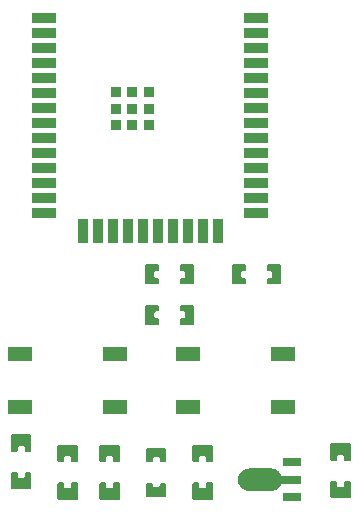
<source format=gtp>
G04 Layer: TopPasteMaskLayer*
G04 EasyEDA v6.5.23, 2023-05-28 17:35:23*
G04 5b9d0392a9f34ebfbb4243e03fcb58ae,7b9118f9ee4640bfb0881aea6626bb62,10*
G04 Gerber Generator version 0.2*
G04 Scale: 100 percent, Rotated: No, Reflected: No *
G04 Dimensions in millimeters *
G04 leading zeros omitted , absolute positions ,4 integer and 5 decimal *
%FSLAX45Y45*%
%MOMM*%

%AMMACRO1*21,1,$1,$2,0,0,$3*%
%ADD10R,2.0000X1.2000*%
%ADD11R,2.1000X0.9500*%
%ADD12R,0.9500X2.1000*%
%ADD13R,0.9000X0.9000*%
%ADD14MACRO1,0.672X1.575X90.0000*%
%ADD15C,0.0120*%

%LPD*%
G36*
X1688896Y3915511D02*
G01*
X1678889Y3905504D01*
X1678889Y3776979D01*
X1688896Y3767023D01*
X1841703Y3767023D01*
X1851710Y3776979D01*
X1851710Y3905504D01*
X1841703Y3915511D01*
X1804670Y3915511D01*
X1794662Y3905504D01*
X1794662Y3875024D01*
X1784654Y3865016D01*
X1745945Y3865016D01*
X1735937Y3875024D01*
X1735937Y3905504D01*
X1725930Y3915511D01*
G37*
G36*
X1688896Y4233976D02*
G01*
X1678889Y4224020D01*
X1678889Y4095496D01*
X1688896Y4085488D01*
X1725930Y4085488D01*
X1735937Y4095496D01*
X1735937Y4125976D01*
X1745945Y4135983D01*
X1784654Y4135983D01*
X1794662Y4125976D01*
X1794662Y4095496D01*
X1804670Y4085488D01*
X1841703Y4085488D01*
X1851710Y4095496D01*
X1851710Y4224020D01*
X1841703Y4233976D01*
G37*
G36*
X1333296Y3915511D02*
G01*
X1323289Y3905504D01*
X1323289Y3776979D01*
X1333296Y3767023D01*
X1486103Y3767023D01*
X1496110Y3776979D01*
X1496110Y3905504D01*
X1486103Y3915511D01*
X1449070Y3915511D01*
X1439062Y3905504D01*
X1439062Y3875024D01*
X1429054Y3865016D01*
X1390345Y3865016D01*
X1380337Y3875024D01*
X1380337Y3905504D01*
X1370330Y3915511D01*
G37*
G36*
X1333296Y4233976D02*
G01*
X1323289Y4224020D01*
X1323289Y4095496D01*
X1333296Y4085488D01*
X1370330Y4085488D01*
X1380337Y4095496D01*
X1380337Y4125976D01*
X1390345Y4135983D01*
X1429054Y4135983D01*
X1439062Y4125976D01*
X1439062Y4095496D01*
X1449070Y4085488D01*
X1486103Y4085488D01*
X1496110Y4095496D01*
X1496110Y4224020D01*
X1486103Y4233976D01*
G37*
G36*
X939596Y4322876D02*
G01*
X929589Y4312920D01*
X929589Y4184396D01*
X939596Y4174388D01*
X976630Y4174388D01*
X986637Y4184396D01*
X986637Y4214876D01*
X996645Y4224883D01*
X1035354Y4224883D01*
X1045362Y4214876D01*
X1045362Y4184396D01*
X1055370Y4174388D01*
X1092403Y4174388D01*
X1102410Y4184396D01*
X1102410Y4312920D01*
X1092403Y4322876D01*
G37*
G36*
X939596Y4004411D02*
G01*
X929589Y3994404D01*
X929589Y3865879D01*
X939596Y3855923D01*
X1092403Y3855923D01*
X1102410Y3865879D01*
X1102410Y3994404D01*
X1092403Y4004411D01*
X1055370Y4004411D01*
X1045362Y3994404D01*
X1045362Y3963924D01*
X1035354Y3953916D01*
X996645Y3953916D01*
X986637Y3963924D01*
X986637Y3994404D01*
X976630Y4004411D01*
G37*
G36*
X2476296Y4233976D02*
G01*
X2466289Y4224020D01*
X2466289Y4095496D01*
X2476296Y4085488D01*
X2513330Y4085488D01*
X2523337Y4095496D01*
X2523337Y4125976D01*
X2533345Y4135983D01*
X2572054Y4135983D01*
X2582062Y4125976D01*
X2582062Y4095496D01*
X2592070Y4085488D01*
X2629103Y4085488D01*
X2639110Y4095496D01*
X2639110Y4224020D01*
X2629103Y4233976D01*
G37*
G36*
X2476296Y3915511D02*
G01*
X2466289Y3905504D01*
X2466289Y3776979D01*
X2476296Y3767023D01*
X2629103Y3767023D01*
X2639110Y3776979D01*
X2639110Y3905504D01*
X2629103Y3915511D01*
X2592070Y3915511D01*
X2582062Y3905504D01*
X2582062Y3875024D01*
X2572054Y3865016D01*
X2533345Y3865016D01*
X2523337Y3875024D01*
X2523337Y3905504D01*
X2513330Y3915511D01*
G37*
G36*
X3644696Y3928211D02*
G01*
X3634689Y3918204D01*
X3634689Y3789679D01*
X3644696Y3779723D01*
X3797503Y3779723D01*
X3807510Y3789679D01*
X3807510Y3918204D01*
X3797503Y3928211D01*
X3760470Y3928211D01*
X3750462Y3918204D01*
X3750462Y3887724D01*
X3740454Y3877716D01*
X3701745Y3877716D01*
X3691737Y3887724D01*
X3691737Y3918204D01*
X3681729Y3928211D01*
G37*
G36*
X3644696Y4246676D02*
G01*
X3634689Y4236720D01*
X3634689Y4108196D01*
X3644696Y4098188D01*
X3681729Y4098188D01*
X3691737Y4108196D01*
X3691737Y4138676D01*
X3701745Y4148683D01*
X3740454Y4148683D01*
X3750462Y4138676D01*
X3750462Y4108196D01*
X3760470Y4098188D01*
X3797503Y4098188D01*
X3807510Y4108196D01*
X3807510Y4236720D01*
X3797503Y4246676D01*
G37*
G36*
X2083968Y3913022D02*
G01*
X2073960Y3903014D01*
X2073960Y3802227D01*
X2083968Y3792270D01*
X2234031Y3792270D01*
X2244039Y3802227D01*
X2244039Y3903014D01*
X2234031Y3913022D01*
X2197912Y3913022D01*
X2187905Y3903014D01*
X2187905Y3881932D01*
X2177897Y3871925D01*
X2140102Y3871925D01*
X2130094Y3881932D01*
X2130094Y3903014D01*
X2120087Y3913022D01*
G37*
G36*
X2083968Y4208729D02*
G01*
X2073960Y4198772D01*
X2073960Y4097985D01*
X2083968Y4087977D01*
X2120087Y4087977D01*
X2130094Y4097985D01*
X2130094Y4119067D01*
X2140102Y4129074D01*
X2177897Y4129074D01*
X2187905Y4119067D01*
X2187905Y4097985D01*
X2197912Y4087977D01*
X2234031Y4087977D01*
X2244039Y4097985D01*
X2244039Y4198772D01*
X2234031Y4208729D01*
G37*
G36*
X3107385Y5761939D02*
G01*
X3097377Y5751931D01*
X3097377Y5715812D01*
X3107385Y5705805D01*
X3128467Y5705805D01*
X3138474Y5695797D01*
X3138474Y5658002D01*
X3128467Y5647994D01*
X3107385Y5647994D01*
X3097377Y5637987D01*
X3097377Y5601868D01*
X3107385Y5591860D01*
X3208172Y5591860D01*
X3218129Y5601868D01*
X3218129Y5751931D01*
X3208172Y5761939D01*
G37*
G36*
X2811627Y5761939D02*
G01*
X2801670Y5751931D01*
X2801670Y5601868D01*
X2811627Y5591860D01*
X2912414Y5591860D01*
X2922422Y5601868D01*
X2922422Y5637987D01*
X2912414Y5647994D01*
X2891332Y5647994D01*
X2881325Y5658002D01*
X2881325Y5695797D01*
X2891332Y5705805D01*
X2912414Y5705805D01*
X2922422Y5715812D01*
X2922422Y5751931D01*
X2912414Y5761939D01*
G37*
G36*
X2370785Y5419039D02*
G01*
X2360777Y5409031D01*
X2360777Y5372912D01*
X2370785Y5362905D01*
X2391867Y5362905D01*
X2401874Y5352897D01*
X2401874Y5315102D01*
X2391867Y5305094D01*
X2370785Y5305094D01*
X2360777Y5295087D01*
X2360777Y5258968D01*
X2370785Y5248960D01*
X2471572Y5248960D01*
X2481529Y5258968D01*
X2481529Y5409031D01*
X2471572Y5419039D01*
G37*
G36*
X2075027Y5419039D02*
G01*
X2065070Y5409031D01*
X2065070Y5258968D01*
X2075027Y5248960D01*
X2175814Y5248960D01*
X2185822Y5258968D01*
X2185822Y5295087D01*
X2175814Y5305094D01*
X2154732Y5305094D01*
X2144725Y5315102D01*
X2144725Y5352897D01*
X2154732Y5362905D01*
X2175814Y5362905D01*
X2185822Y5372912D01*
X2185822Y5409031D01*
X2175814Y5419039D01*
G37*
G36*
X2370785Y5761939D02*
G01*
X2360777Y5751931D01*
X2360777Y5715812D01*
X2370785Y5705805D01*
X2391867Y5705805D01*
X2401874Y5695797D01*
X2401874Y5658002D01*
X2391867Y5647994D01*
X2370785Y5647994D01*
X2360777Y5637987D01*
X2360777Y5601868D01*
X2370785Y5591860D01*
X2471572Y5591860D01*
X2481529Y5601868D01*
X2481529Y5751931D01*
X2471572Y5761939D01*
G37*
G36*
X2075027Y5761939D02*
G01*
X2065070Y5751931D01*
X2065070Y5601868D01*
X2075027Y5591860D01*
X2175814Y5591860D01*
X2185822Y5601868D01*
X2185822Y5637987D01*
X2175814Y5647994D01*
X2154732Y5647994D01*
X2144725Y5658002D01*
X2144725Y5695797D01*
X2154732Y5705805D01*
X2175814Y5705805D01*
X2185822Y5715812D01*
X2185822Y5751931D01*
X2175814Y5761939D01*
G37*
D10*
G01*
X1809699Y5000193D03*
G01*
X1809699Y4550206D03*
G01*
X1009700Y4550206D03*
G01*
X1009700Y5000193D03*
G01*
X3232099Y5000193D03*
G01*
X3232099Y4550206D03*
G01*
X2432100Y4550206D03*
G01*
X2432100Y5000193D03*
D11*
G01*
X1208189Y7847152D03*
G01*
X1208189Y7720152D03*
G01*
X1208189Y7593152D03*
G01*
X1208189Y7466152D03*
G01*
X1208189Y7339152D03*
G01*
X1208189Y7212152D03*
G01*
X1208189Y7085152D03*
G01*
X1208189Y6958152D03*
G01*
X1208189Y6831152D03*
G01*
X1208189Y6704152D03*
G01*
X1208189Y6577152D03*
G01*
X1208189Y6450152D03*
G01*
X1208189Y6323152D03*
G01*
X1208189Y6196152D03*
D12*
G01*
X1536712Y6046647D03*
G01*
X1663712Y6046647D03*
G01*
X1790712Y6046647D03*
G01*
X1917712Y6046647D03*
G01*
X2044712Y6046647D03*
G01*
X2171712Y6046647D03*
G01*
X2298712Y6046647D03*
G01*
X2425712Y6046647D03*
G01*
X2552712Y6046647D03*
G01*
X2679712Y6046647D03*
D11*
G01*
X3008210Y6196152D03*
G01*
X3008210Y6323152D03*
G01*
X3008210Y6450152D03*
G01*
X3008210Y6577152D03*
G01*
X3008210Y6704152D03*
G01*
X3008210Y6831152D03*
G01*
X3008210Y6958152D03*
G01*
X3008210Y7085152D03*
G01*
X3008210Y7212152D03*
G01*
X3008210Y7339152D03*
G01*
X3008210Y7466152D03*
G01*
X3008210Y7593152D03*
G01*
X3008210Y7720152D03*
G01*
X3008210Y7847152D03*
D13*
G01*
X1958174Y7079056D03*
G01*
X1818195Y7079056D03*
G01*
X2098205Y7079056D03*
G01*
X2098205Y7219061D03*
G01*
X1958200Y7219061D03*
G01*
X1818195Y7219061D03*
G01*
X1818195Y6939051D03*
G01*
X1958200Y6939051D03*
G01*
X2098205Y6939051D03*
G36*
X2946676Y4032882D02*
G01*
X3132096Y4032882D01*
X3136549Y4032775D01*
X3140991Y4032463D01*
X3145416Y4031942D01*
X3149810Y4031216D01*
X3154166Y4030281D01*
X3158472Y4029146D01*
X3162721Y4027810D01*
X3166902Y4026275D01*
X3171007Y4024546D01*
X3175027Y4022628D01*
X3178952Y4020522D01*
X3182774Y4018234D01*
X3186485Y4015770D01*
X3190077Y4013136D01*
X3193539Y4010337D01*
X3196869Y4007375D01*
X3200054Y4004264D01*
X3203092Y4001005D01*
X3205972Y3997609D01*
X3208690Y3994081D01*
X3211240Y3990428D01*
X3213615Y3986662D01*
X3215812Y3982786D01*
X3217826Y3978813D01*
X3219650Y3970883D01*
X3389383Y3970883D01*
X3389383Y3904884D01*
X3219650Y3904884D01*
X3217826Y3896949D01*
X3215812Y3892976D01*
X3213615Y3889100D01*
X3211240Y3885333D01*
X3208690Y3881681D01*
X3205972Y3878153D01*
X3203092Y3874757D01*
X3200054Y3871498D01*
X3196869Y3868386D01*
X3193539Y3865425D01*
X3190077Y3862626D01*
X3186485Y3859992D01*
X3182774Y3857528D01*
X3178952Y3855239D01*
X3175027Y3853134D01*
X3171007Y3851216D01*
X3166902Y3849486D01*
X3162721Y3847952D01*
X3158472Y3846616D01*
X3154166Y3845481D01*
X3149810Y3844546D01*
X3145416Y3843820D01*
X3140991Y3843299D01*
X3136549Y3842986D01*
X3132096Y3842880D01*
X2946676Y3842880D01*
X2942224Y3842986D01*
X2937781Y3843299D01*
X2933357Y3843820D01*
X2928962Y3844546D01*
X2924606Y3845481D01*
X2920301Y3846616D01*
X2916052Y3847952D01*
X2911871Y3849486D01*
X2907766Y3851216D01*
X2903745Y3853134D01*
X2899821Y3855239D01*
X2895998Y3857528D01*
X2892287Y3859992D01*
X2888696Y3862626D01*
X2885234Y3865425D01*
X2881904Y3868386D01*
X2878719Y3871498D01*
X2875681Y3874757D01*
X2872800Y3878153D01*
X2870083Y3881681D01*
X2867533Y3885333D01*
X2865158Y3889100D01*
X2862961Y3892976D01*
X2860946Y3896949D01*
X2859123Y3901013D01*
X2857489Y3905156D01*
X2856054Y3909372D01*
X2854817Y3913652D01*
X2853783Y3917985D01*
X2852953Y3922359D01*
X2852328Y3926771D01*
X2851911Y3931206D01*
X2851703Y3935653D01*
X2851703Y3940108D01*
X2851911Y3944556D01*
X2852328Y3948991D01*
X2852953Y3953403D01*
X2853783Y3957777D01*
X2854817Y3962110D01*
X2856054Y3966390D01*
X2857489Y3970606D01*
X2859123Y3974749D01*
X2860946Y3978813D01*
X2862961Y3982786D01*
X2865158Y3986662D01*
X2867533Y3990428D01*
X2870083Y3994081D01*
X2872800Y3997609D01*
X2875681Y4001005D01*
X2878719Y4004264D01*
X2881904Y4007375D01*
X2885234Y4010337D01*
X2888696Y4013136D01*
X2892287Y4015770D01*
X2895998Y4018234D01*
X2899821Y4020522D01*
X2903745Y4022628D01*
X2907766Y4024546D01*
X2911871Y4026275D01*
X2916052Y4027810D01*
X2920301Y4029146D01*
X2924606Y4030281D01*
X2928962Y4031216D01*
X2933357Y4031942D01*
X2937781Y4032463D01*
X2942224Y4032775D01*
G37*
D14*
G01*
X3310628Y4087012D03*
G01*
X3310628Y3787013D03*
M02*

</source>
